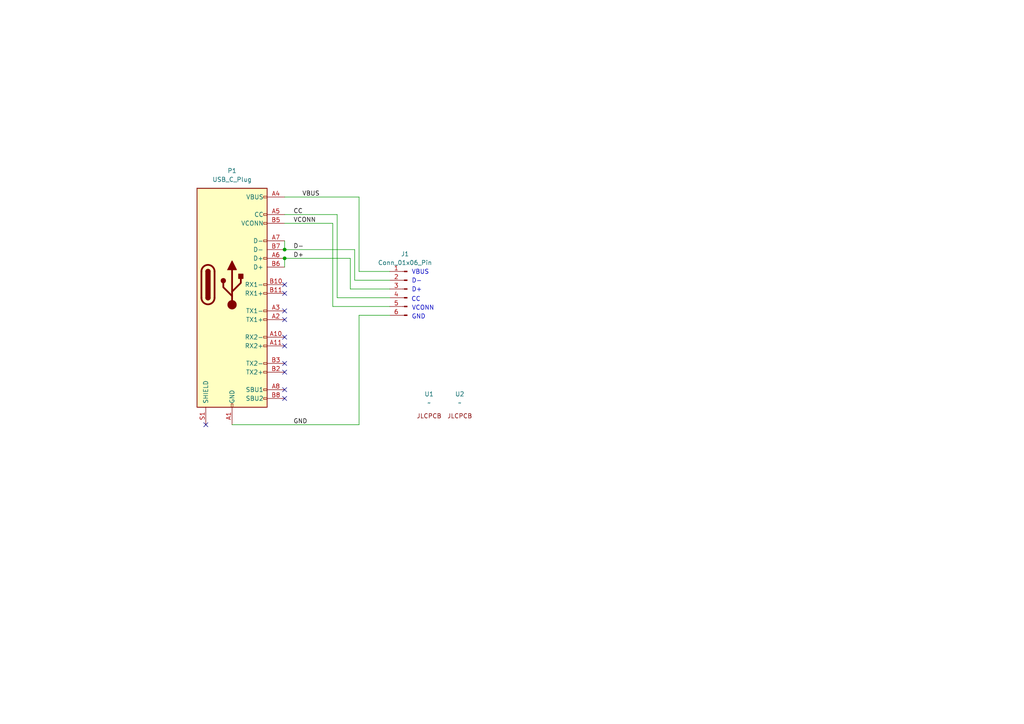
<source format=kicad_sch>
(kicad_sch (version 20250114) (generator "eeschema") (generator_version "9.0")
  (paper "A4")
  (lib_symbols
    (symbol "Connector:Conn_01x06_Pin" (pin_names (offset 1.016) (hide yes))
      (property "Reference" "J" (at 0 7.62 0))
      (property "Value" "Conn_01x06_Pin" (at 0 -10.16 0))
      (symbol "Conn_01x06_Pin_1_1"
        (rectangle (start 0.8636 5.207) (end 0 4.953) (stroke (width 0.1524)) (fill (type outline)))
        (rectangle (start 0.8636 2.667) (end 0 2.413) (stroke (width 0.1524)) (fill (type outline)))
        (rectangle (start 0.8636 0.127) (end 0 -0.127) (stroke (width 0.1524)) (fill (type outline)))
        (rectangle (start 0.8636 -2.413) (end 0 -2.667) (stroke (width 0.1524)) (fill (type outline)))
        (rectangle (start 0.8636 -4.953) (end 0 -5.207) (stroke (width 0.1524)) (fill (type outline)))
        (rectangle (start 0.8636 -7.493) (end 0 -7.747) (stroke (width 0.1524)) (fill (type outline)))
        (polyline (pts (xy 1.27 5.08) (xy 0.8636 5.08)) (stroke (width 0.1524)))
        (polyline (pts (xy 1.27 2.54) (xy 0.8636 2.54)) (stroke (width 0.1524)))
        (polyline (pts (xy 1.27 0) (xy 0.8636 0)) (stroke (width 0.1524)))
        (polyline (pts (xy 1.27 -2.54) (xy 0.8636 -2.54)) (stroke (width 0.1524)))
        (polyline (pts (xy 1.27 -5.08) (xy 0.8636 -5.08)) (stroke (width 0.1524)))
        (polyline (pts (xy 1.27 -7.62) (xy 0.8636 -7.62)) (stroke (width 0.1524)))
        (pin passive line (at 5.08 5.08 180) (length 3.81) (name "Pin_1") (number "1"))
        (pin passive line (at 5.08 2.54 180) (length 3.81) (name "Pin_2") (number "2"))
        (pin passive line (at 5.08 0 180) (length 3.81) (name "Pin_3") (number "3"))
        (pin passive line (at 5.08 -2.54 180) (length 3.81) (name "Pin_4") (number "4"))
        (pin passive line (at 5.08 -5.08 180) (length 3.81) (name "Pin_5") (number "5"))
        (pin passive line (at 5.08 -7.62 180) (length 3.81) (name "Pin_6") (number "6"))
      )
    )
    (symbol "New_Library:JLCPCB"
      (property "Reference" "U304" (at 0 5.08 0))
      (property "Value" "~" (at 0 2.54 0))
      (symbol "JLCPCB_1_1"
        (text "JLCPCB" (at 0 0 0) (effects (font (size 1.27 1.27))))
      )
    )
    (symbol "New_Library:USB_C_Plug" (pin_names (offset 1.016))
      (property "Reference" "P" (at -10.16 29.21 0))
      (property "Value" "USB_C_Plug" (at 10.16 29.21 0))
      (symbol "USB_C_Plug_0_0"
        (rectangle (start -0.254 -35.56) (end 0.254 -34.544))
        (rectangle (start 10.16 25.654) (end 9.144 25.146))
        (rectangle (start 10.16 20.574) (end 9.144 20.066))
        (rectangle (start 10.16 18.034) (end 9.144 17.526))
        (rectangle (start 10.16 12.954) (end 9.144 12.446))
        (rectangle (start 10.16 7.874) (end 9.144 7.366))
        (rectangle (start 10.16 0.254) (end 9.144 -0.254))
        (rectangle (start 10.16 -2.286) (end 9.144 -2.794))
        (rectangle (start 10.16 -7.366) (end 9.144 -7.874))
        (rectangle (start 10.16 -9.906) (end 9.144 -10.414))
        (rectangle (start 10.16 -14.986) (end 9.144 -15.494))
        (rectangle (start 10.16 -17.526) (end 9.144 -18.034))
        (rectangle (start 10.16 -22.606) (end 9.144 -23.114))
        (rectangle (start 10.16 -25.146) (end 9.144 -25.654))
        (rectangle (start 10.16 -30.226) (end 9.144 -30.734))
        (rectangle (start 10.16 -32.766) (end 9.144 -33.274))
      )
      (symbol "USB_C_Plug_0_1"
        (rectangle (start -10.16 27.94) (end 10.16 -35.56) (stroke (width 0.254)) (fill (type background)))
        (polyline (pts (xy -8.89 -3.81) (xy -8.89 3.81)) (stroke (width 0.508)))
        (rectangle (start -7.62 -3.81) (end -6.35 3.81) (stroke (width 0.254)) (fill (type outline)))
        (arc (start -7.62 3.81) (mid -6.985 4.4423) (end -6.35 3.81) (stroke (width 0.254)))
        (arc (start -7.62 3.81) (mid -6.985 4.4423) (end -6.35 3.81) (stroke (width 0.254)) (fill (type outline)))
        (arc (start -8.89 3.81) (mid -6.985 5.7067) (end -5.08 3.81) (stroke (width 0.508)))
        (arc (start -5.08 -3.81) (mid -6.985 -5.7067) (end -8.89 -3.81) (stroke (width 0.508)))
        (arc (start -6.35 -3.81) (mid -6.985 -4.4423) (end -7.62 -3.81) (stroke (width 0.254)))
        (arc (start -6.35 -3.81) (mid -6.985 -4.4423) (end -7.62 -3.81) (stroke (width 0.254)) (fill (type outline)))
        (polyline (pts (xy -5.08 3.81) (xy -5.08 -3.81)) (stroke (width 0.508)))
      )
      (symbol "USB_C_Plug_1_1"
        (circle (center -2.54 1.143) (radius 0.635) (stroke (width 0.254)) (fill (type outline)))
        (polyline (pts (xy -1.27 4.318) (xy 0 6.858) (xy 1.27 4.318) (xy -1.27 4.318)) (stroke (width 0.254)) (fill (type outline)))
        (polyline (pts (xy 0 -2.032) (xy 2.54 0.508) (xy 2.54 1.778)) (stroke (width 0.508)))
        (polyline (pts (xy 0 -3.302) (xy -2.54 -0.762) (xy -2.54 0.508)) (stroke (width 0.508)))
        (polyline (pts (xy 0 -5.842) (xy 0 4.318)) (stroke (width 0.508)))
        (circle (center 0 -5.842) (radius 1.27) (fill (type outline)))
        (rectangle (start 1.905 1.778) (end 3.175 3.048) (stroke (width 0.254)) (fill (type outline)))
        (pin passive line (at -7.62 -40.64 90) (length 5.08) (name "SHIELD") (number "S1"))
        (pin passive line (at 0 -40.64 90) (length 5.08) (name "GND") (number "A1"))
        (pin passive line (at 0 -40.64 90) (length 5.08) (hide yes) (name "GND") (number "A12"))
        (pin passive line (at 0 -40.64 90) (length 5.08) (hide yes) (name "GND") (number "B1"))
        (pin passive line (at 0 -40.64 90) (length 5.08) (hide yes) (name "GND") (number "B12"))
        (pin passive line (at 15.24 25.4 180) (length 5.08) (name "VBUS") (number "A4"))
        (pin passive line (at 15.24 25.4 180) (length 5.08) (hide yes) (name "VBUS") (number "A9"))
        (pin passive line (at 15.24 25.4 180) (length 5.08) (hide yes) (name "VBUS") (number "B4"))
        (pin passive line (at 15.24 25.4 180) (length 5.08) (hide yes) (name "VBUS") (number "B9"))
        (pin bidirectional line (at 15.24 20.32 180) (length 5.08) (name "CC") (number "A5"))
        (pin bidirectional line (at 15.24 17.78 180) (length 5.08) (name "VCONN") (number "B5"))
        (pin bidirectional line (at 15.24 12.7 180) (length 5.08) (name "D-") (number "A7"))
        (pin bidirectional line (at 15.24 10.16 180) (length 5.08) (name "D-") (number "B7"))
        (pin bidirectional line (at 15.24 7.62 180) (length 5.08) (name "D+") (number "A6"))
        (pin bidirectional line (at 15.24 5.08 180) (length 5.08) (name "D+") (number "B6"))
        (pin bidirectional line (at 15.24 0 180) (length 5.08) (name "RX1-") (number "B10"))
        (pin bidirectional line (at 15.24 -2.54 180) (length 5.08) (name "RX1+") (number "B11"))
        (pin bidirectional line (at 15.24 -7.62 180) (length 5.08) (name "TX1-") (number "A3"))
        (pin bidirectional line (at 15.24 -10.16 180) (length 5.08) (name "TX1+") (number "A2"))
        (pin bidirectional line (at 15.24 -15.24 180) (length 5.08) (name "RX2-") (number "A10"))
        (pin bidirectional line (at 15.24 -17.78 180) (length 5.08) (name "RX2+") (number "A11"))
        (pin bidirectional line (at 15.24 -22.86 180) (length 5.08) (name "TX2-") (number "B3"))
        (pin bidirectional line (at 15.24 -25.4 180) (length 5.08) (name "TX2+") (number "B2"))
        (pin bidirectional line (at 15.24 -30.48 180) (length 5.08) (name "SBU1") (number "A8"))
        (pin bidirectional line (at 15.24 -33.02 180) (length 5.08) (name "SBU2") (number "B8"))
      )
    )
  )
  (text "D+" (at 120.904 84.074 0) (effects (font (size 1.27 1.27))))
  (text "VCONN" (at 122.682 89.408 0) (effects (font (size 1.27 1.27))))
  (text "D-" (at 120.904 81.534 0) (effects (font (size 1.27 1.27))))
  (text "GND" (at 121.412 91.948 0) (effects (font (size 1.27 1.27))))
  (text "CC" (at 120.65 86.868 0) (effects (font (size 1.27 1.27))))
  (text "VBUS" (at 121.92 78.994 0) (effects (font (size 1.27 1.27))))
  (junction (at 82.55 72.39))
  (junction (at 82.55 74.93))
  (no_connect (at 82.55 85.09))
  (no_connect (at 82.55 113.03))
  (no_connect (at 82.55 92.71))
  (no_connect (at 82.55 115.57))
  (no_connect (at 82.55 97.79))
  (no_connect (at 59.69 123.19))
  (no_connect (at 82.55 82.55))
  (no_connect (at 82.55 107.95))
  (no_connect (at 82.55 105.41))
  (no_connect (at 82.55 90.17))
  (no_connect (at 82.55 100.33))
  (wire (pts (xy 82.55 74.93) (xy 82.55 77.47)))
  (wire (pts (xy 96.52 88.9) (xy 113.03 88.9)))
  (wire (pts (xy 104.14 78.74) (xy 113.03 78.74)))
  (wire (pts (xy 104.14 57.15) (xy 104.14 78.74)))
  (wire (pts (xy 104.14 123.19) (xy 104.14 91.44)))
  (wire (pts (xy 96.52 64.77) (xy 96.52 88.9)))
  (wire (pts (xy 102.87 72.39) (xy 102.87 81.28)))
  (wire (pts (xy 67.31 123.19) (xy 104.14 123.19)))
  (wire (pts (xy 101.6 74.93) (xy 101.6 83.82)))
  (wire (pts (xy 101.6 83.82) (xy 113.03 83.82)))
  (wire (pts (xy 82.55 64.77) (xy 96.52 64.77)))
  (wire (pts (xy 82.55 74.93) (xy 101.6 74.93)))
  (wire (pts (xy 82.55 69.85) (xy 82.55 72.39)))
  (wire (pts (xy 82.55 72.39) (xy 102.87 72.39)))
  (wire (pts (xy 102.87 81.28) (xy 113.03 81.28)))
  (wire (pts (xy 97.79 62.23) (xy 97.79 86.36)))
  (wire (pts (xy 104.14 91.44) (xy 113.03 91.44)))
  (wire (pts (xy 97.79 86.36) (xy 113.03 86.36)))
  (wire (pts (xy 82.55 62.23) (xy 97.79 62.23)))
  (wire (pts (xy 82.55 57.15) (xy 104.14 57.15)))
  (label "VCONN" (at 85.09 64.77 0))
  (label "VBUS" (at 87.63 57.15 0))
  (label "D+" (at 85.09 74.93 0))
  (label "CC" (at 85.09 62.23 0))
  (label "D-" (at 85.09 72.39 0))
  (label "GND" (at 85.09 123.19 0))
  (symbol (lib_id "New_Library:JLCPCB") (at 133.35 120.65 0) (unit 1)
    (property "Reference" "U2" (at 133.35 114.3 0))
    (property "Value" "~" (at 133.35 116.84 0))
    (property "Footprint" "my_footprints:JLC_tooling_hole" (effects (hide yes)))
  )
  (symbol (lib_id "New_Library:USB_C_Plug") (at 67.31 82.55 0) (unit 1)
    (property "Reference" "P1" (at 67.31 49.53 0))
    (property "Value" "USB_C_Plug" (at 67.31 52.07 0))
    (property "Footprint" "my_footprints:C168690" (effects (hide yes)))
    (property "Datasheet" "https://www.usb.org/sites/default/files/documents/usb_type-c.zip" (effects (hide yes)))
    (property "Description" "USB Type-C Plug connector" (effects (hide yes)))
    (property "LCSC" "C168690" (effects (hide yes)))
  )
  (symbol (lib_id "Connector:Conn_01x06_Pin") (at 118.11 83.82 0) (mirror y) (unit 1)
    (property "Reference" "J1" (at 117.475 73.66 0))
    (property "Value" "Conn_01x06_Pin" (at 117.475 76.2 0))
    (property "Footprint" "my_footprints:header_01x06" (effects (hide yes)))
    (property "Description" "Generic connector, single row, 01x06, script generated" (effects (hide yes)))
  )
  (symbol (lib_id "New_Library:JLCPCB") (at 124.46 120.65 0) (unit 1)
    (property "Reference" "U1" (at 124.46 114.3 0))
    (property "Value" "~" (at 124.46 116.84 0))
    (property "Footprint" "my_footprints:JLC_tooling_hole" (effects (hide yes)))
  )
)
</source>
